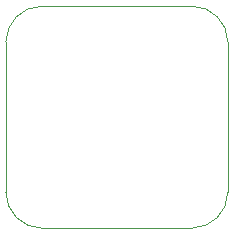
<source format=gbr>
%TF.GenerationSoftware,KiCad,Pcbnew,8.0.6-1.fc39*%
%TF.CreationDate,2024-10-31T14:54:44-07:00*%
%TF.ProjectId,IIS3DWB_eval,49495333-4457-4425-9f65-76616c2e6b69,rev?*%
%TF.SameCoordinates,Original*%
%TF.FileFunction,Profile,NP*%
%FSLAX46Y46*%
G04 Gerber Fmt 4.6, Leading zero omitted, Abs format (unit mm)*
G04 Created by KiCad (PCBNEW 8.0.6-1.fc39) date 2024-10-31 14:54:44*
%MOMM*%
%LPD*%
G01*
G04 APERTURE LIST*
%TA.AperFunction,Profile*%
%ADD10C,0.050000*%
%TD*%
G04 APERTURE END LIST*
D10*
X163068000Y-101600000D02*
X163068000Y-88900000D01*
X144272000Y-88900000D02*
G75*
G02*
X147320000Y-85852000I3048000J0D01*
G01*
X147320000Y-104648000D02*
G75*
G02*
X144272000Y-101600000I0J3048000D01*
G01*
X160020000Y-85852000D02*
X147320000Y-85852000D01*
X160020000Y-85852000D02*
G75*
G02*
X163068000Y-88900000I0J-3048000D01*
G01*
X160020000Y-104648000D02*
X147320000Y-104648000D01*
X144272000Y-88900000D02*
X144272000Y-101600000D01*
X163068000Y-101600000D02*
G75*
G02*
X160020000Y-104648000I-3048000J0D01*
G01*
M02*

</source>
